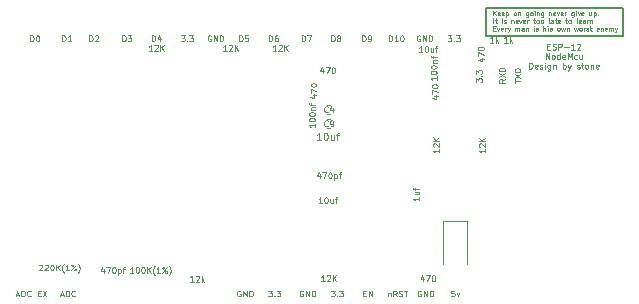
<source format=gbr>
%TF.GenerationSoftware,KiCad,Pcbnew,(6.0.0)*%
%TF.CreationDate,2022-01-19T01:41:59+08:00*%
%TF.ProjectId,NodeMcu,4e6f6465-4d63-4752-9e6b-696361645f70,rev?*%
%TF.SameCoordinates,Original*%
%TF.FileFunction,Legend,Top*%
%TF.FilePolarity,Positive*%
%FSLAX46Y46*%
G04 Gerber Fmt 4.6, Leading zero omitted, Abs format (unit mm)*
G04 Created by KiCad (PCBNEW (6.0.0)) date 2022-01-19 01:41:59*
%MOMM*%
%LPD*%
G01*
G04 APERTURE LIST*
%ADD10C,0.200000*%
%ADD11C,0.050000*%
%ADD12C,0.100000*%
%ADD13C,0.120000*%
G04 APERTURE END LIST*
D10*
X132300000Y-50900000D02*
X143900000Y-50900000D01*
X143900000Y-50900000D02*
X143900000Y-53300000D01*
X143900000Y-53300000D02*
X132300000Y-53300000D01*
X132300000Y-53300000D02*
X132300000Y-50900000D01*
D11*
X116819047Y-74850000D02*
X116771428Y-74826190D01*
X116700000Y-74826190D01*
X116628571Y-74850000D01*
X116580952Y-74897619D01*
X116557142Y-74945238D01*
X116533333Y-75040476D01*
X116533333Y-75111904D01*
X116557142Y-75207142D01*
X116580952Y-75254761D01*
X116628571Y-75302380D01*
X116700000Y-75326190D01*
X116747619Y-75326190D01*
X116819047Y-75302380D01*
X116842857Y-75278571D01*
X116842857Y-75111904D01*
X116747619Y-75111904D01*
X117057142Y-75326190D02*
X117057142Y-74826190D01*
X117342857Y-75326190D01*
X117342857Y-74826190D01*
X117580952Y-75326190D02*
X117580952Y-74826190D01*
X117700000Y-74826190D01*
X117771428Y-74850000D01*
X117819047Y-74897619D01*
X117842857Y-74945238D01*
X117866666Y-75040476D01*
X117866666Y-75111904D01*
X117842857Y-75207142D01*
X117819047Y-75254761D01*
X117771428Y-75302380D01*
X117700000Y-75326190D01*
X117580952Y-75326190D01*
X129628571Y-74826190D02*
X129390476Y-74826190D01*
X129366666Y-75064285D01*
X129390476Y-75040476D01*
X129438095Y-75016666D01*
X129557142Y-75016666D01*
X129604761Y-75040476D01*
X129628571Y-75064285D01*
X129652380Y-75111904D01*
X129652380Y-75230952D01*
X129628571Y-75278571D01*
X129604761Y-75302380D01*
X129557142Y-75326190D01*
X129438095Y-75326190D01*
X129390476Y-75302380D01*
X129366666Y-75278571D01*
X129819047Y-74992857D02*
X129938095Y-75326190D01*
X130057142Y-74992857D01*
X106476190Y-53226190D02*
X106785714Y-53226190D01*
X106619047Y-53416666D01*
X106690476Y-53416666D01*
X106738095Y-53440476D01*
X106761904Y-53464285D01*
X106785714Y-53511904D01*
X106785714Y-53630952D01*
X106761904Y-53678571D01*
X106738095Y-53702380D01*
X106690476Y-53726190D01*
X106547619Y-53726190D01*
X106500000Y-53702380D01*
X106476190Y-53678571D01*
X107000000Y-53678571D02*
X107023809Y-53702380D01*
X107000000Y-53726190D01*
X106976190Y-53702380D01*
X107000000Y-53678571D01*
X107000000Y-53726190D01*
X107190476Y-53226190D02*
X107500000Y-53226190D01*
X107333333Y-53416666D01*
X107404761Y-53416666D01*
X107452380Y-53440476D01*
X107476190Y-53464285D01*
X107500000Y-53511904D01*
X107500000Y-53630952D01*
X107476190Y-53678571D01*
X107452380Y-53702380D01*
X107404761Y-53726190D01*
X107261904Y-53726190D01*
X107214285Y-53702380D01*
X107190476Y-53678571D01*
X93730952Y-53726190D02*
X93730952Y-53226190D01*
X93850000Y-53226190D01*
X93921428Y-53250000D01*
X93969047Y-53297619D01*
X93992857Y-53345238D01*
X94016666Y-53440476D01*
X94016666Y-53511904D01*
X93992857Y-53607142D01*
X93969047Y-53654761D01*
X93921428Y-53702380D01*
X93850000Y-53726190D01*
X93730952Y-53726190D01*
X94326190Y-53226190D02*
X94373809Y-53226190D01*
X94421428Y-53250000D01*
X94445238Y-53273809D01*
X94469047Y-53321428D01*
X94492857Y-53416666D01*
X94492857Y-53535714D01*
X94469047Y-53630952D01*
X94445238Y-53678571D01*
X94421428Y-53702380D01*
X94373809Y-53726190D01*
X94326190Y-53726190D01*
X94278571Y-53702380D01*
X94254761Y-53678571D01*
X94230952Y-53630952D01*
X94207142Y-53535714D01*
X94207142Y-53416666D01*
X94230952Y-53321428D01*
X94254761Y-53273809D01*
X94278571Y-53250000D01*
X94326190Y-53226190D01*
X98730952Y-53726190D02*
X98730952Y-53226190D01*
X98850000Y-53226190D01*
X98921428Y-53250000D01*
X98969047Y-53297619D01*
X98992857Y-53345238D01*
X99016666Y-53440476D01*
X99016666Y-53511904D01*
X98992857Y-53607142D01*
X98969047Y-53654761D01*
X98921428Y-53702380D01*
X98850000Y-53726190D01*
X98730952Y-53726190D01*
X99207142Y-53273809D02*
X99230952Y-53250000D01*
X99278571Y-53226190D01*
X99397619Y-53226190D01*
X99445238Y-53250000D01*
X99469047Y-53273809D01*
X99492857Y-53321428D01*
X99492857Y-53369047D01*
X99469047Y-53440476D01*
X99183333Y-53726190D01*
X99492857Y-53726190D01*
X124092857Y-53726190D02*
X124092857Y-53226190D01*
X124211904Y-53226190D01*
X124283333Y-53250000D01*
X124330952Y-53297619D01*
X124354761Y-53345238D01*
X124378571Y-53440476D01*
X124378571Y-53511904D01*
X124354761Y-53607142D01*
X124330952Y-53654761D01*
X124283333Y-53702380D01*
X124211904Y-53726190D01*
X124092857Y-53726190D01*
X124854761Y-53726190D02*
X124569047Y-53726190D01*
X124711904Y-53726190D02*
X124711904Y-53226190D01*
X124664285Y-53297619D01*
X124616666Y-53345238D01*
X124569047Y-53369047D01*
X125164285Y-53226190D02*
X125211904Y-53226190D01*
X125259523Y-53250000D01*
X125283333Y-53273809D01*
X125307142Y-53321428D01*
X125330952Y-53416666D01*
X125330952Y-53535714D01*
X125307142Y-53630952D01*
X125283333Y-53678571D01*
X125259523Y-53702380D01*
X125211904Y-53726190D01*
X125164285Y-53726190D01*
X125116666Y-53702380D01*
X125092857Y-53678571D01*
X125069047Y-53630952D01*
X125045238Y-53535714D01*
X125045238Y-53416666D01*
X125069047Y-53321428D01*
X125092857Y-53273809D01*
X125116666Y-53250000D01*
X125164285Y-53226190D01*
X101530952Y-53726190D02*
X101530952Y-53226190D01*
X101650000Y-53226190D01*
X101721428Y-53250000D01*
X101769047Y-53297619D01*
X101792857Y-53345238D01*
X101816666Y-53440476D01*
X101816666Y-53511904D01*
X101792857Y-53607142D01*
X101769047Y-53654761D01*
X101721428Y-53702380D01*
X101650000Y-53726190D01*
X101530952Y-53726190D01*
X101983333Y-53226190D02*
X102292857Y-53226190D01*
X102126190Y-53416666D01*
X102197619Y-53416666D01*
X102245238Y-53440476D01*
X102269047Y-53464285D01*
X102292857Y-53511904D01*
X102292857Y-53630952D01*
X102269047Y-53678571D01*
X102245238Y-53702380D01*
X102197619Y-53726190D01*
X102054761Y-53726190D01*
X102007142Y-53702380D01*
X101983333Y-53678571D01*
X111430952Y-53726190D02*
X111430952Y-53226190D01*
X111550000Y-53226190D01*
X111621428Y-53250000D01*
X111669047Y-53297619D01*
X111692857Y-53345238D01*
X111716666Y-53440476D01*
X111716666Y-53511904D01*
X111692857Y-53607142D01*
X111669047Y-53654761D01*
X111621428Y-53702380D01*
X111550000Y-53726190D01*
X111430952Y-53726190D01*
X112169047Y-53226190D02*
X111930952Y-53226190D01*
X111907142Y-53464285D01*
X111930952Y-53440476D01*
X111978571Y-53416666D01*
X112097619Y-53416666D01*
X112145238Y-53440476D01*
X112169047Y-53464285D01*
X112192857Y-53511904D01*
X112192857Y-53630952D01*
X112169047Y-53678571D01*
X112145238Y-53702380D01*
X112097619Y-53726190D01*
X111978571Y-53726190D01*
X111930952Y-53702380D01*
X111907142Y-53678571D01*
X132927738Y-51536952D02*
X132927738Y-51136952D01*
X133156309Y-51536952D02*
X132984880Y-51308380D01*
X133156309Y-51136952D02*
X132927738Y-51365523D01*
X133480119Y-51517904D02*
X133442023Y-51536952D01*
X133365833Y-51536952D01*
X133327738Y-51517904D01*
X133308690Y-51479809D01*
X133308690Y-51327428D01*
X133327738Y-51289333D01*
X133365833Y-51270285D01*
X133442023Y-51270285D01*
X133480119Y-51289333D01*
X133499166Y-51327428D01*
X133499166Y-51365523D01*
X133308690Y-51403619D01*
X133822976Y-51517904D02*
X133784880Y-51536952D01*
X133708690Y-51536952D01*
X133670595Y-51517904D01*
X133651547Y-51479809D01*
X133651547Y-51327428D01*
X133670595Y-51289333D01*
X133708690Y-51270285D01*
X133784880Y-51270285D01*
X133822976Y-51289333D01*
X133842023Y-51327428D01*
X133842023Y-51365523D01*
X133651547Y-51403619D01*
X134013452Y-51270285D02*
X134013452Y-51670285D01*
X134013452Y-51289333D02*
X134051547Y-51270285D01*
X134127738Y-51270285D01*
X134165833Y-51289333D01*
X134184880Y-51308380D01*
X134203928Y-51346476D01*
X134203928Y-51460761D01*
X134184880Y-51498857D01*
X134165833Y-51517904D01*
X134127738Y-51536952D01*
X134051547Y-51536952D01*
X134013452Y-51517904D01*
X134737261Y-51536952D02*
X134699166Y-51517904D01*
X134680119Y-51498857D01*
X134661071Y-51460761D01*
X134661071Y-51346476D01*
X134680119Y-51308380D01*
X134699166Y-51289333D01*
X134737261Y-51270285D01*
X134794404Y-51270285D01*
X134832500Y-51289333D01*
X134851547Y-51308380D01*
X134870595Y-51346476D01*
X134870595Y-51460761D01*
X134851547Y-51498857D01*
X134832500Y-51517904D01*
X134794404Y-51536952D01*
X134737261Y-51536952D01*
X135042023Y-51270285D02*
X135042023Y-51536952D01*
X135042023Y-51308380D02*
X135061071Y-51289333D01*
X135099166Y-51270285D01*
X135156309Y-51270285D01*
X135194404Y-51289333D01*
X135213452Y-51327428D01*
X135213452Y-51536952D01*
X135880119Y-51270285D02*
X135880119Y-51594095D01*
X135861071Y-51632190D01*
X135842023Y-51651238D01*
X135803928Y-51670285D01*
X135746785Y-51670285D01*
X135708690Y-51651238D01*
X135880119Y-51517904D02*
X135842023Y-51536952D01*
X135765833Y-51536952D01*
X135727738Y-51517904D01*
X135708690Y-51498857D01*
X135689642Y-51460761D01*
X135689642Y-51346476D01*
X135708690Y-51308380D01*
X135727738Y-51289333D01*
X135765833Y-51270285D01*
X135842023Y-51270285D01*
X135880119Y-51289333D01*
X136127738Y-51536952D02*
X136089642Y-51517904D01*
X136070595Y-51498857D01*
X136051547Y-51460761D01*
X136051547Y-51346476D01*
X136070595Y-51308380D01*
X136089642Y-51289333D01*
X136127738Y-51270285D01*
X136184880Y-51270285D01*
X136222976Y-51289333D01*
X136242023Y-51308380D01*
X136261071Y-51346476D01*
X136261071Y-51460761D01*
X136242023Y-51498857D01*
X136222976Y-51517904D01*
X136184880Y-51536952D01*
X136127738Y-51536952D01*
X136432500Y-51536952D02*
X136432500Y-51270285D01*
X136432500Y-51136952D02*
X136413452Y-51156000D01*
X136432500Y-51175047D01*
X136451547Y-51156000D01*
X136432500Y-51136952D01*
X136432500Y-51175047D01*
X136622976Y-51270285D02*
X136622976Y-51536952D01*
X136622976Y-51308380D02*
X136642023Y-51289333D01*
X136680119Y-51270285D01*
X136737261Y-51270285D01*
X136775357Y-51289333D01*
X136794404Y-51327428D01*
X136794404Y-51536952D01*
X137156309Y-51270285D02*
X137156309Y-51594095D01*
X137137261Y-51632190D01*
X137118214Y-51651238D01*
X137080119Y-51670285D01*
X137022976Y-51670285D01*
X136984880Y-51651238D01*
X137156309Y-51517904D02*
X137118214Y-51536952D01*
X137042023Y-51536952D01*
X137003928Y-51517904D01*
X136984880Y-51498857D01*
X136965833Y-51460761D01*
X136965833Y-51346476D01*
X136984880Y-51308380D01*
X137003928Y-51289333D01*
X137042023Y-51270285D01*
X137118214Y-51270285D01*
X137156309Y-51289333D01*
X137651547Y-51270285D02*
X137651547Y-51536952D01*
X137651547Y-51308380D02*
X137670595Y-51289333D01*
X137708690Y-51270285D01*
X137765833Y-51270285D01*
X137803928Y-51289333D01*
X137822976Y-51327428D01*
X137822976Y-51536952D01*
X138165833Y-51517904D02*
X138127738Y-51536952D01*
X138051547Y-51536952D01*
X138013452Y-51517904D01*
X137994404Y-51479809D01*
X137994404Y-51327428D01*
X138013452Y-51289333D01*
X138051547Y-51270285D01*
X138127738Y-51270285D01*
X138165833Y-51289333D01*
X138184880Y-51327428D01*
X138184880Y-51365523D01*
X137994404Y-51403619D01*
X138318214Y-51270285D02*
X138413452Y-51536952D01*
X138508690Y-51270285D01*
X138813452Y-51517904D02*
X138775357Y-51536952D01*
X138699166Y-51536952D01*
X138661071Y-51517904D01*
X138642023Y-51479809D01*
X138642023Y-51327428D01*
X138661071Y-51289333D01*
X138699166Y-51270285D01*
X138775357Y-51270285D01*
X138813452Y-51289333D01*
X138832500Y-51327428D01*
X138832500Y-51365523D01*
X138642023Y-51403619D01*
X139003928Y-51536952D02*
X139003928Y-51270285D01*
X139003928Y-51346476D02*
X139022976Y-51308380D01*
X139042023Y-51289333D01*
X139080119Y-51270285D01*
X139118214Y-51270285D01*
X139727738Y-51270285D02*
X139727738Y-51594095D01*
X139708690Y-51632190D01*
X139689642Y-51651238D01*
X139651547Y-51670285D01*
X139594404Y-51670285D01*
X139556309Y-51651238D01*
X139727738Y-51517904D02*
X139689642Y-51536952D01*
X139613452Y-51536952D01*
X139575357Y-51517904D01*
X139556309Y-51498857D01*
X139537261Y-51460761D01*
X139537261Y-51346476D01*
X139556309Y-51308380D01*
X139575357Y-51289333D01*
X139613452Y-51270285D01*
X139689642Y-51270285D01*
X139727738Y-51289333D01*
X139918214Y-51536952D02*
X139918214Y-51270285D01*
X139918214Y-51136952D02*
X139899166Y-51156000D01*
X139918214Y-51175047D01*
X139937261Y-51156000D01*
X139918214Y-51136952D01*
X139918214Y-51175047D01*
X140070595Y-51270285D02*
X140165833Y-51536952D01*
X140261071Y-51270285D01*
X140565833Y-51517904D02*
X140527738Y-51536952D01*
X140451547Y-51536952D01*
X140413452Y-51517904D01*
X140394404Y-51479809D01*
X140394404Y-51327428D01*
X140413452Y-51289333D01*
X140451547Y-51270285D01*
X140527738Y-51270285D01*
X140565833Y-51289333D01*
X140584880Y-51327428D01*
X140584880Y-51365523D01*
X140394404Y-51403619D01*
X141232500Y-51270285D02*
X141232500Y-51536952D01*
X141061071Y-51270285D02*
X141061071Y-51479809D01*
X141080119Y-51517904D01*
X141118214Y-51536952D01*
X141175357Y-51536952D01*
X141213452Y-51517904D01*
X141232500Y-51498857D01*
X141422976Y-51270285D02*
X141422976Y-51670285D01*
X141422976Y-51289333D02*
X141461071Y-51270285D01*
X141537261Y-51270285D01*
X141575357Y-51289333D01*
X141594404Y-51308380D01*
X141613452Y-51346476D01*
X141613452Y-51460761D01*
X141594404Y-51498857D01*
X141575357Y-51517904D01*
X141537261Y-51536952D01*
X141461071Y-51536952D01*
X141422976Y-51517904D01*
X141784880Y-51498857D02*
X141803928Y-51517904D01*
X141784880Y-51536952D01*
X141765833Y-51517904D01*
X141784880Y-51498857D01*
X141784880Y-51536952D01*
X132927738Y-52180952D02*
X132927738Y-51780952D01*
X133061071Y-51914285D02*
X133213452Y-51914285D01*
X133118214Y-51780952D02*
X133118214Y-52123809D01*
X133137261Y-52161904D01*
X133175357Y-52180952D01*
X133213452Y-52180952D01*
X133651547Y-52180952D02*
X133651547Y-51914285D01*
X133651547Y-51780952D02*
X133632500Y-51800000D01*
X133651547Y-51819047D01*
X133670595Y-51800000D01*
X133651547Y-51780952D01*
X133651547Y-51819047D01*
X133822976Y-52161904D02*
X133861071Y-52180952D01*
X133937261Y-52180952D01*
X133975357Y-52161904D01*
X133994404Y-52123809D01*
X133994404Y-52104761D01*
X133975357Y-52066666D01*
X133937261Y-52047619D01*
X133880119Y-52047619D01*
X133842023Y-52028571D01*
X133822976Y-51990476D01*
X133822976Y-51971428D01*
X133842023Y-51933333D01*
X133880119Y-51914285D01*
X133937261Y-51914285D01*
X133975357Y-51933333D01*
X134470595Y-51914285D02*
X134470595Y-52180952D01*
X134470595Y-51952380D02*
X134489642Y-51933333D01*
X134527738Y-51914285D01*
X134584880Y-51914285D01*
X134622976Y-51933333D01*
X134642023Y-51971428D01*
X134642023Y-52180952D01*
X134984880Y-52161904D02*
X134946785Y-52180952D01*
X134870595Y-52180952D01*
X134832500Y-52161904D01*
X134813452Y-52123809D01*
X134813452Y-51971428D01*
X134832500Y-51933333D01*
X134870595Y-51914285D01*
X134946785Y-51914285D01*
X134984880Y-51933333D01*
X135003928Y-51971428D01*
X135003928Y-52009523D01*
X134813452Y-52047619D01*
X135137261Y-51914285D02*
X135232500Y-52180952D01*
X135327738Y-51914285D01*
X135632500Y-52161904D02*
X135594404Y-52180952D01*
X135518214Y-52180952D01*
X135480119Y-52161904D01*
X135461071Y-52123809D01*
X135461071Y-51971428D01*
X135480119Y-51933333D01*
X135518214Y-51914285D01*
X135594404Y-51914285D01*
X135632500Y-51933333D01*
X135651547Y-51971428D01*
X135651547Y-52009523D01*
X135461071Y-52047619D01*
X135822976Y-52180952D02*
X135822976Y-51914285D01*
X135822976Y-51990476D02*
X135842023Y-51952380D01*
X135861071Y-51933333D01*
X135899166Y-51914285D01*
X135937261Y-51914285D01*
X136318214Y-51914285D02*
X136470595Y-51914285D01*
X136375357Y-51780952D02*
X136375357Y-52123809D01*
X136394404Y-52161904D01*
X136432500Y-52180952D01*
X136470595Y-52180952D01*
X136661071Y-52180952D02*
X136622976Y-52161904D01*
X136603928Y-52142857D01*
X136584880Y-52104761D01*
X136584880Y-51990476D01*
X136603928Y-51952380D01*
X136622976Y-51933333D01*
X136661071Y-51914285D01*
X136718214Y-51914285D01*
X136756309Y-51933333D01*
X136775357Y-51952380D01*
X136794404Y-51990476D01*
X136794404Y-52104761D01*
X136775357Y-52142857D01*
X136756309Y-52161904D01*
X136718214Y-52180952D01*
X136661071Y-52180952D01*
X137022976Y-52180952D02*
X136984880Y-52161904D01*
X136965833Y-52142857D01*
X136946785Y-52104761D01*
X136946785Y-51990476D01*
X136965833Y-51952380D01*
X136984880Y-51933333D01*
X137022976Y-51914285D01*
X137080119Y-51914285D01*
X137118214Y-51933333D01*
X137137261Y-51952380D01*
X137156309Y-51990476D01*
X137156309Y-52104761D01*
X137137261Y-52142857D01*
X137118214Y-52161904D01*
X137080119Y-52180952D01*
X137022976Y-52180952D01*
X137689642Y-52180952D02*
X137651547Y-52161904D01*
X137632500Y-52123809D01*
X137632500Y-51780952D01*
X138013452Y-52180952D02*
X138013452Y-51971428D01*
X137994404Y-51933333D01*
X137956309Y-51914285D01*
X137880119Y-51914285D01*
X137842023Y-51933333D01*
X138013452Y-52161904D02*
X137975357Y-52180952D01*
X137880119Y-52180952D01*
X137842023Y-52161904D01*
X137822976Y-52123809D01*
X137822976Y-52085714D01*
X137842023Y-52047619D01*
X137880119Y-52028571D01*
X137975357Y-52028571D01*
X138013452Y-52009523D01*
X138146785Y-51914285D02*
X138299166Y-51914285D01*
X138203928Y-51780952D02*
X138203928Y-52123809D01*
X138222976Y-52161904D01*
X138261071Y-52180952D01*
X138299166Y-52180952D01*
X138584880Y-52161904D02*
X138546785Y-52180952D01*
X138470595Y-52180952D01*
X138432500Y-52161904D01*
X138413452Y-52123809D01*
X138413452Y-51971428D01*
X138432500Y-51933333D01*
X138470595Y-51914285D01*
X138546785Y-51914285D01*
X138584880Y-51933333D01*
X138603928Y-51971428D01*
X138603928Y-52009523D01*
X138413452Y-52047619D01*
X139022976Y-51914285D02*
X139175357Y-51914285D01*
X139080119Y-51780952D02*
X139080119Y-52123809D01*
X139099166Y-52161904D01*
X139137261Y-52180952D01*
X139175357Y-52180952D01*
X139365833Y-52180952D02*
X139327738Y-52161904D01*
X139308690Y-52142857D01*
X139289642Y-52104761D01*
X139289642Y-51990476D01*
X139308690Y-51952380D01*
X139327738Y-51933333D01*
X139365833Y-51914285D01*
X139422976Y-51914285D01*
X139461071Y-51933333D01*
X139480119Y-51952380D01*
X139499166Y-51990476D01*
X139499166Y-52104761D01*
X139480119Y-52142857D01*
X139461071Y-52161904D01*
X139422976Y-52180952D01*
X139365833Y-52180952D01*
X140032500Y-52180952D02*
X139994404Y-52161904D01*
X139975357Y-52123809D01*
X139975357Y-51780952D01*
X140337261Y-52161904D02*
X140299166Y-52180952D01*
X140222976Y-52180952D01*
X140184880Y-52161904D01*
X140165833Y-52123809D01*
X140165833Y-51971428D01*
X140184880Y-51933333D01*
X140222976Y-51914285D01*
X140299166Y-51914285D01*
X140337261Y-51933333D01*
X140356309Y-51971428D01*
X140356309Y-52009523D01*
X140165833Y-52047619D01*
X140699166Y-52180952D02*
X140699166Y-51971428D01*
X140680119Y-51933333D01*
X140642023Y-51914285D01*
X140565833Y-51914285D01*
X140527738Y-51933333D01*
X140699166Y-52161904D02*
X140661071Y-52180952D01*
X140565833Y-52180952D01*
X140527738Y-52161904D01*
X140508690Y-52123809D01*
X140508690Y-52085714D01*
X140527738Y-52047619D01*
X140565833Y-52028571D01*
X140661071Y-52028571D01*
X140699166Y-52009523D01*
X140889642Y-52180952D02*
X140889642Y-51914285D01*
X140889642Y-51990476D02*
X140908690Y-51952380D01*
X140927738Y-51933333D01*
X140965833Y-51914285D01*
X141003928Y-51914285D01*
X141137261Y-51914285D02*
X141137261Y-52180952D01*
X141137261Y-51952380D02*
X141156309Y-51933333D01*
X141194404Y-51914285D01*
X141251547Y-51914285D01*
X141289642Y-51933333D01*
X141308690Y-51971428D01*
X141308690Y-52180952D01*
X132927738Y-52615428D02*
X133061071Y-52615428D01*
X133118214Y-52824952D02*
X132927738Y-52824952D01*
X132927738Y-52424952D01*
X133118214Y-52424952D01*
X133251547Y-52558285D02*
X133346785Y-52824952D01*
X133442023Y-52558285D01*
X133746785Y-52805904D02*
X133708690Y-52824952D01*
X133632500Y-52824952D01*
X133594404Y-52805904D01*
X133575357Y-52767809D01*
X133575357Y-52615428D01*
X133594404Y-52577333D01*
X133632500Y-52558285D01*
X133708690Y-52558285D01*
X133746785Y-52577333D01*
X133765833Y-52615428D01*
X133765833Y-52653523D01*
X133575357Y-52691619D01*
X133937261Y-52824952D02*
X133937261Y-52558285D01*
X133937261Y-52634476D02*
X133956309Y-52596380D01*
X133975357Y-52577333D01*
X134013452Y-52558285D01*
X134051547Y-52558285D01*
X134146785Y-52558285D02*
X134242023Y-52824952D01*
X134337261Y-52558285D02*
X134242023Y-52824952D01*
X134203928Y-52920190D01*
X134184880Y-52939238D01*
X134146785Y-52958285D01*
X134794404Y-52824952D02*
X134794404Y-52558285D01*
X134794404Y-52596380D02*
X134813452Y-52577333D01*
X134851547Y-52558285D01*
X134908690Y-52558285D01*
X134946785Y-52577333D01*
X134965833Y-52615428D01*
X134965833Y-52824952D01*
X134965833Y-52615428D02*
X134984880Y-52577333D01*
X135022976Y-52558285D01*
X135080119Y-52558285D01*
X135118214Y-52577333D01*
X135137261Y-52615428D01*
X135137261Y-52824952D01*
X135499166Y-52824952D02*
X135499166Y-52615428D01*
X135480119Y-52577333D01*
X135442023Y-52558285D01*
X135365833Y-52558285D01*
X135327738Y-52577333D01*
X135499166Y-52805904D02*
X135461071Y-52824952D01*
X135365833Y-52824952D01*
X135327738Y-52805904D01*
X135308690Y-52767809D01*
X135308690Y-52729714D01*
X135327738Y-52691619D01*
X135365833Y-52672571D01*
X135461071Y-52672571D01*
X135499166Y-52653523D01*
X135689642Y-52558285D02*
X135689642Y-52824952D01*
X135689642Y-52596380D02*
X135708690Y-52577333D01*
X135746785Y-52558285D01*
X135803928Y-52558285D01*
X135842023Y-52577333D01*
X135861071Y-52615428D01*
X135861071Y-52824952D01*
X136356309Y-52824952D02*
X136356309Y-52558285D01*
X136356309Y-52424952D02*
X136337261Y-52444000D01*
X136356309Y-52463047D01*
X136375357Y-52444000D01*
X136356309Y-52424952D01*
X136356309Y-52463047D01*
X136527738Y-52805904D02*
X136565833Y-52824952D01*
X136642023Y-52824952D01*
X136680119Y-52805904D01*
X136699166Y-52767809D01*
X136699166Y-52748761D01*
X136680119Y-52710666D01*
X136642023Y-52691619D01*
X136584880Y-52691619D01*
X136546785Y-52672571D01*
X136527738Y-52634476D01*
X136527738Y-52615428D01*
X136546785Y-52577333D01*
X136584880Y-52558285D01*
X136642023Y-52558285D01*
X136680119Y-52577333D01*
X137175357Y-52824952D02*
X137175357Y-52424952D01*
X137346785Y-52824952D02*
X137346785Y-52615428D01*
X137327738Y-52577333D01*
X137289642Y-52558285D01*
X137232500Y-52558285D01*
X137194404Y-52577333D01*
X137175357Y-52596380D01*
X137537261Y-52824952D02*
X137537261Y-52558285D01*
X137537261Y-52424952D02*
X137518214Y-52444000D01*
X137537261Y-52463047D01*
X137556309Y-52444000D01*
X137537261Y-52424952D01*
X137537261Y-52463047D01*
X137708690Y-52805904D02*
X137746785Y-52824952D01*
X137822976Y-52824952D01*
X137861071Y-52805904D01*
X137880119Y-52767809D01*
X137880119Y-52748761D01*
X137861071Y-52710666D01*
X137822976Y-52691619D01*
X137765833Y-52691619D01*
X137727738Y-52672571D01*
X137708690Y-52634476D01*
X137708690Y-52615428D01*
X137727738Y-52577333D01*
X137765833Y-52558285D01*
X137822976Y-52558285D01*
X137861071Y-52577333D01*
X138413452Y-52824952D02*
X138375357Y-52805904D01*
X138356309Y-52786857D01*
X138337261Y-52748761D01*
X138337261Y-52634476D01*
X138356309Y-52596380D01*
X138375357Y-52577333D01*
X138413452Y-52558285D01*
X138470595Y-52558285D01*
X138508690Y-52577333D01*
X138527738Y-52596380D01*
X138546785Y-52634476D01*
X138546785Y-52748761D01*
X138527738Y-52786857D01*
X138508690Y-52805904D01*
X138470595Y-52824952D01*
X138413452Y-52824952D01*
X138680119Y-52558285D02*
X138756309Y-52824952D01*
X138832500Y-52634476D01*
X138908690Y-52824952D01*
X138984880Y-52558285D01*
X139137261Y-52558285D02*
X139137261Y-52824952D01*
X139137261Y-52596380D02*
X139156309Y-52577333D01*
X139194404Y-52558285D01*
X139251547Y-52558285D01*
X139289642Y-52577333D01*
X139308690Y-52615428D01*
X139308690Y-52824952D01*
X139765833Y-52558285D02*
X139842023Y-52824952D01*
X139918214Y-52634476D01*
X139994404Y-52824952D01*
X140070595Y-52558285D01*
X140280119Y-52824952D02*
X140242023Y-52805904D01*
X140222976Y-52786857D01*
X140203928Y-52748761D01*
X140203928Y-52634476D01*
X140222976Y-52596380D01*
X140242023Y-52577333D01*
X140280119Y-52558285D01*
X140337261Y-52558285D01*
X140375357Y-52577333D01*
X140394404Y-52596380D01*
X140413452Y-52634476D01*
X140413452Y-52748761D01*
X140394404Y-52786857D01*
X140375357Y-52805904D01*
X140337261Y-52824952D01*
X140280119Y-52824952D01*
X140584880Y-52824952D02*
X140584880Y-52558285D01*
X140584880Y-52634476D02*
X140603928Y-52596380D01*
X140622976Y-52577333D01*
X140661071Y-52558285D01*
X140699166Y-52558285D01*
X140813452Y-52805904D02*
X140851547Y-52824952D01*
X140927738Y-52824952D01*
X140965833Y-52805904D01*
X140984880Y-52767809D01*
X140984880Y-52748761D01*
X140965833Y-52710666D01*
X140927738Y-52691619D01*
X140870595Y-52691619D01*
X140832500Y-52672571D01*
X140813452Y-52634476D01*
X140813452Y-52615428D01*
X140832500Y-52577333D01*
X140870595Y-52558285D01*
X140927738Y-52558285D01*
X140965833Y-52577333D01*
X141099166Y-52558285D02*
X141251547Y-52558285D01*
X141156309Y-52424952D02*
X141156309Y-52767809D01*
X141175357Y-52805904D01*
X141213452Y-52824952D01*
X141251547Y-52824952D01*
X141842023Y-52805904D02*
X141803928Y-52824952D01*
X141727738Y-52824952D01*
X141689642Y-52805904D01*
X141670595Y-52767809D01*
X141670595Y-52615428D01*
X141689642Y-52577333D01*
X141727738Y-52558285D01*
X141803928Y-52558285D01*
X141842023Y-52577333D01*
X141861071Y-52615428D01*
X141861071Y-52653523D01*
X141670595Y-52691619D01*
X142032500Y-52558285D02*
X142032500Y-52824952D01*
X142032500Y-52596380D02*
X142051547Y-52577333D01*
X142089642Y-52558285D01*
X142146785Y-52558285D01*
X142184880Y-52577333D01*
X142203928Y-52615428D01*
X142203928Y-52824952D01*
X142546785Y-52805904D02*
X142508690Y-52824952D01*
X142432500Y-52824952D01*
X142394404Y-52805904D01*
X142375357Y-52767809D01*
X142375357Y-52615428D01*
X142394404Y-52577333D01*
X142432500Y-52558285D01*
X142508690Y-52558285D01*
X142546785Y-52577333D01*
X142565833Y-52615428D01*
X142565833Y-52653523D01*
X142375357Y-52691619D01*
X142737261Y-52824952D02*
X142737261Y-52558285D01*
X142737261Y-52596380D02*
X142756309Y-52577333D01*
X142794404Y-52558285D01*
X142851547Y-52558285D01*
X142889642Y-52577333D01*
X142908690Y-52615428D01*
X142908690Y-52824952D01*
X142908690Y-52615428D02*
X142927738Y-52577333D01*
X142965833Y-52558285D01*
X143022976Y-52558285D01*
X143061071Y-52577333D01*
X143080119Y-52615428D01*
X143080119Y-52824952D01*
X143232500Y-52558285D02*
X143327738Y-52824952D01*
X143422976Y-52558285D02*
X143327738Y-52824952D01*
X143289642Y-52920190D01*
X143270595Y-52939238D01*
X143232500Y-52958285D01*
X124014285Y-74992857D02*
X124014285Y-75326190D01*
X124014285Y-75040476D02*
X124038095Y-75016666D01*
X124085714Y-74992857D01*
X124157142Y-74992857D01*
X124204761Y-75016666D01*
X124228571Y-75064285D01*
X124228571Y-75326190D01*
X124752380Y-75326190D02*
X124585714Y-75088095D01*
X124466666Y-75326190D02*
X124466666Y-74826190D01*
X124657142Y-74826190D01*
X124704761Y-74850000D01*
X124728571Y-74873809D01*
X124752380Y-74921428D01*
X124752380Y-74992857D01*
X124728571Y-75040476D01*
X124704761Y-75064285D01*
X124657142Y-75088095D01*
X124466666Y-75088095D01*
X124942857Y-75302380D02*
X125014285Y-75326190D01*
X125133333Y-75326190D01*
X125180952Y-75302380D01*
X125204761Y-75278571D01*
X125228571Y-75230952D01*
X125228571Y-75183333D01*
X125204761Y-75135714D01*
X125180952Y-75111904D01*
X125133333Y-75088095D01*
X125038095Y-75064285D01*
X124990476Y-75040476D01*
X124966666Y-75016666D01*
X124942857Y-74969047D01*
X124942857Y-74921428D01*
X124966666Y-74873809D01*
X124990476Y-74850000D01*
X125038095Y-74826190D01*
X125157142Y-74826190D01*
X125228571Y-74850000D01*
X125371428Y-74826190D02*
X125657142Y-74826190D01*
X125514285Y-75326190D02*
X125514285Y-74826190D01*
X109019047Y-53250000D02*
X108971428Y-53226190D01*
X108900000Y-53226190D01*
X108828571Y-53250000D01*
X108780952Y-53297619D01*
X108757142Y-53345238D01*
X108733333Y-53440476D01*
X108733333Y-53511904D01*
X108757142Y-53607142D01*
X108780952Y-53654761D01*
X108828571Y-53702380D01*
X108900000Y-53726190D01*
X108947619Y-53726190D01*
X109019047Y-53702380D01*
X109042857Y-53678571D01*
X109042857Y-53511904D01*
X108947619Y-53511904D01*
X109257142Y-53726190D02*
X109257142Y-53226190D01*
X109542857Y-53726190D01*
X109542857Y-53226190D01*
X109780952Y-53726190D02*
X109780952Y-53226190D01*
X109900000Y-53226190D01*
X109971428Y-53250000D01*
X110019047Y-53297619D01*
X110042857Y-53345238D01*
X110066666Y-53440476D01*
X110066666Y-53511904D01*
X110042857Y-53607142D01*
X110019047Y-53654761D01*
X109971428Y-53702380D01*
X109900000Y-53726190D01*
X109780952Y-53726190D01*
X113930952Y-53726190D02*
X113930952Y-53226190D01*
X114050000Y-53226190D01*
X114121428Y-53250000D01*
X114169047Y-53297619D01*
X114192857Y-53345238D01*
X114216666Y-53440476D01*
X114216666Y-53511904D01*
X114192857Y-53607142D01*
X114169047Y-53654761D01*
X114121428Y-53702380D01*
X114050000Y-53726190D01*
X113930952Y-53726190D01*
X114645238Y-53226190D02*
X114550000Y-53226190D01*
X114502380Y-53250000D01*
X114478571Y-53273809D01*
X114430952Y-53345238D01*
X114407142Y-53440476D01*
X114407142Y-53630952D01*
X114430952Y-53678571D01*
X114454761Y-53702380D01*
X114502380Y-53726190D01*
X114597619Y-53726190D01*
X114645238Y-53702380D01*
X114669047Y-53678571D01*
X114692857Y-53630952D01*
X114692857Y-53511904D01*
X114669047Y-53464285D01*
X114645238Y-53440476D01*
X114597619Y-53416666D01*
X114502380Y-53416666D01*
X114454761Y-53440476D01*
X114430952Y-53464285D01*
X114407142Y-53511904D01*
D12*
X137519047Y-54159285D02*
X137685714Y-54159285D01*
X137757142Y-54421190D02*
X137519047Y-54421190D01*
X137519047Y-53921190D01*
X137757142Y-53921190D01*
X137947619Y-54397380D02*
X138019047Y-54421190D01*
X138138095Y-54421190D01*
X138185714Y-54397380D01*
X138209523Y-54373571D01*
X138233333Y-54325952D01*
X138233333Y-54278333D01*
X138209523Y-54230714D01*
X138185714Y-54206904D01*
X138138095Y-54183095D01*
X138042857Y-54159285D01*
X137995238Y-54135476D01*
X137971428Y-54111666D01*
X137947619Y-54064047D01*
X137947619Y-54016428D01*
X137971428Y-53968809D01*
X137995238Y-53945000D01*
X138042857Y-53921190D01*
X138161904Y-53921190D01*
X138233333Y-53945000D01*
X138447619Y-54421190D02*
X138447619Y-53921190D01*
X138638095Y-53921190D01*
X138685714Y-53945000D01*
X138709523Y-53968809D01*
X138733333Y-54016428D01*
X138733333Y-54087857D01*
X138709523Y-54135476D01*
X138685714Y-54159285D01*
X138638095Y-54183095D01*
X138447619Y-54183095D01*
X138947619Y-54230714D02*
X139328571Y-54230714D01*
X139828571Y-54421190D02*
X139542857Y-54421190D01*
X139685714Y-54421190D02*
X139685714Y-53921190D01*
X139638095Y-53992619D01*
X139590476Y-54040238D01*
X139542857Y-54064047D01*
X140019047Y-53968809D02*
X140042857Y-53945000D01*
X140090476Y-53921190D01*
X140209523Y-53921190D01*
X140257142Y-53945000D01*
X140280952Y-53968809D01*
X140304761Y-54016428D01*
X140304761Y-54064047D01*
X140280952Y-54135476D01*
X139995238Y-54421190D01*
X140304761Y-54421190D01*
X137364285Y-55226190D02*
X137364285Y-54726190D01*
X137650000Y-55226190D01*
X137650000Y-54726190D01*
X137959523Y-55226190D02*
X137911904Y-55202380D01*
X137888095Y-55178571D01*
X137864285Y-55130952D01*
X137864285Y-54988095D01*
X137888095Y-54940476D01*
X137911904Y-54916666D01*
X137959523Y-54892857D01*
X138030952Y-54892857D01*
X138078571Y-54916666D01*
X138102380Y-54940476D01*
X138126190Y-54988095D01*
X138126190Y-55130952D01*
X138102380Y-55178571D01*
X138078571Y-55202380D01*
X138030952Y-55226190D01*
X137959523Y-55226190D01*
X138554761Y-55226190D02*
X138554761Y-54726190D01*
X138554761Y-55202380D02*
X138507142Y-55226190D01*
X138411904Y-55226190D01*
X138364285Y-55202380D01*
X138340476Y-55178571D01*
X138316666Y-55130952D01*
X138316666Y-54988095D01*
X138340476Y-54940476D01*
X138364285Y-54916666D01*
X138411904Y-54892857D01*
X138507142Y-54892857D01*
X138554761Y-54916666D01*
X138983333Y-55202380D02*
X138935714Y-55226190D01*
X138840476Y-55226190D01*
X138792857Y-55202380D01*
X138769047Y-55154761D01*
X138769047Y-54964285D01*
X138792857Y-54916666D01*
X138840476Y-54892857D01*
X138935714Y-54892857D01*
X138983333Y-54916666D01*
X139007142Y-54964285D01*
X139007142Y-55011904D01*
X138769047Y-55059523D01*
X139221428Y-55226190D02*
X139221428Y-54726190D01*
X139388095Y-55083333D01*
X139554761Y-54726190D01*
X139554761Y-55226190D01*
X140007142Y-55202380D02*
X139959523Y-55226190D01*
X139864285Y-55226190D01*
X139816666Y-55202380D01*
X139792857Y-55178571D01*
X139769047Y-55130952D01*
X139769047Y-54988095D01*
X139792857Y-54940476D01*
X139816666Y-54916666D01*
X139864285Y-54892857D01*
X139959523Y-54892857D01*
X140007142Y-54916666D01*
X140435714Y-54892857D02*
X140435714Y-55226190D01*
X140221428Y-54892857D02*
X140221428Y-55154761D01*
X140245238Y-55202380D01*
X140292857Y-55226190D01*
X140364285Y-55226190D01*
X140411904Y-55202380D01*
X140435714Y-55178571D01*
X135971428Y-56031190D02*
X135971428Y-55531190D01*
X136090476Y-55531190D01*
X136161904Y-55555000D01*
X136209523Y-55602619D01*
X136233333Y-55650238D01*
X136257142Y-55745476D01*
X136257142Y-55816904D01*
X136233333Y-55912142D01*
X136209523Y-55959761D01*
X136161904Y-56007380D01*
X136090476Y-56031190D01*
X135971428Y-56031190D01*
X136661904Y-56007380D02*
X136614285Y-56031190D01*
X136519047Y-56031190D01*
X136471428Y-56007380D01*
X136447619Y-55959761D01*
X136447619Y-55769285D01*
X136471428Y-55721666D01*
X136519047Y-55697857D01*
X136614285Y-55697857D01*
X136661904Y-55721666D01*
X136685714Y-55769285D01*
X136685714Y-55816904D01*
X136447619Y-55864523D01*
X136876190Y-56007380D02*
X136923809Y-56031190D01*
X137019047Y-56031190D01*
X137066666Y-56007380D01*
X137090476Y-55959761D01*
X137090476Y-55935952D01*
X137066666Y-55888333D01*
X137019047Y-55864523D01*
X136947619Y-55864523D01*
X136900000Y-55840714D01*
X136876190Y-55793095D01*
X136876190Y-55769285D01*
X136900000Y-55721666D01*
X136947619Y-55697857D01*
X137019047Y-55697857D01*
X137066666Y-55721666D01*
X137304761Y-56031190D02*
X137304761Y-55697857D01*
X137304761Y-55531190D02*
X137280952Y-55555000D01*
X137304761Y-55578809D01*
X137328571Y-55555000D01*
X137304761Y-55531190D01*
X137304761Y-55578809D01*
X137757142Y-55697857D02*
X137757142Y-56102619D01*
X137733333Y-56150238D01*
X137709523Y-56174047D01*
X137661904Y-56197857D01*
X137590476Y-56197857D01*
X137542857Y-56174047D01*
X137757142Y-56007380D02*
X137709523Y-56031190D01*
X137614285Y-56031190D01*
X137566666Y-56007380D01*
X137542857Y-55983571D01*
X137519047Y-55935952D01*
X137519047Y-55793095D01*
X137542857Y-55745476D01*
X137566666Y-55721666D01*
X137614285Y-55697857D01*
X137709523Y-55697857D01*
X137757142Y-55721666D01*
X137995238Y-55697857D02*
X137995238Y-56031190D01*
X137995238Y-55745476D02*
X138019047Y-55721666D01*
X138066666Y-55697857D01*
X138138095Y-55697857D01*
X138185714Y-55721666D01*
X138209523Y-55769285D01*
X138209523Y-56031190D01*
X138828571Y-56031190D02*
X138828571Y-55531190D01*
X138828571Y-55721666D02*
X138876190Y-55697857D01*
X138971428Y-55697857D01*
X139019047Y-55721666D01*
X139042857Y-55745476D01*
X139066666Y-55793095D01*
X139066666Y-55935952D01*
X139042857Y-55983571D01*
X139019047Y-56007380D01*
X138971428Y-56031190D01*
X138876190Y-56031190D01*
X138828571Y-56007380D01*
X139233333Y-55697857D02*
X139352380Y-56031190D01*
X139471428Y-55697857D02*
X139352380Y-56031190D01*
X139304761Y-56150238D01*
X139280952Y-56174047D01*
X139233333Y-56197857D01*
X140019047Y-56007380D02*
X140066666Y-56031190D01*
X140161904Y-56031190D01*
X140209523Y-56007380D01*
X140233333Y-55959761D01*
X140233333Y-55935952D01*
X140209523Y-55888333D01*
X140161904Y-55864523D01*
X140090476Y-55864523D01*
X140042857Y-55840714D01*
X140019047Y-55793095D01*
X140019047Y-55769285D01*
X140042857Y-55721666D01*
X140090476Y-55697857D01*
X140161904Y-55697857D01*
X140209523Y-55721666D01*
X140376190Y-55697857D02*
X140566666Y-55697857D01*
X140447619Y-55531190D02*
X140447619Y-55959761D01*
X140471428Y-56007380D01*
X140519047Y-56031190D01*
X140566666Y-56031190D01*
X140804761Y-56031190D02*
X140757142Y-56007380D01*
X140733333Y-55983571D01*
X140709523Y-55935952D01*
X140709523Y-55793095D01*
X140733333Y-55745476D01*
X140757142Y-55721666D01*
X140804761Y-55697857D01*
X140876190Y-55697857D01*
X140923809Y-55721666D01*
X140947619Y-55745476D01*
X140971428Y-55793095D01*
X140971428Y-55935952D01*
X140947619Y-55983571D01*
X140923809Y-56007380D01*
X140876190Y-56031190D01*
X140804761Y-56031190D01*
X141185714Y-55697857D02*
X141185714Y-56031190D01*
X141185714Y-55745476D02*
X141209523Y-55721666D01*
X141257142Y-55697857D01*
X141328571Y-55697857D01*
X141376190Y-55721666D01*
X141400000Y-55769285D01*
X141400000Y-56031190D01*
X141828571Y-56007380D02*
X141780952Y-56031190D01*
X141685714Y-56031190D01*
X141638095Y-56007380D01*
X141614285Y-55959761D01*
X141614285Y-55769285D01*
X141638095Y-55721666D01*
X141685714Y-55697857D01*
X141780952Y-55697857D01*
X141828571Y-55721666D01*
X141852380Y-55769285D01*
X141852380Y-55816904D01*
X141614285Y-55864523D01*
D11*
X121830952Y-53726190D02*
X121830952Y-53226190D01*
X121950000Y-53226190D01*
X122021428Y-53250000D01*
X122069047Y-53297619D01*
X122092857Y-53345238D01*
X122116666Y-53440476D01*
X122116666Y-53511904D01*
X122092857Y-53607142D01*
X122069047Y-53654761D01*
X122021428Y-53702380D01*
X121950000Y-53726190D01*
X121830952Y-53726190D01*
X122354761Y-53726190D02*
X122450000Y-53726190D01*
X122497619Y-53702380D01*
X122521428Y-53678571D01*
X122569047Y-53607142D01*
X122592857Y-53511904D01*
X122592857Y-53321428D01*
X122569047Y-53273809D01*
X122545238Y-53250000D01*
X122497619Y-53226190D01*
X122402380Y-53226190D01*
X122354761Y-53250000D01*
X122330952Y-53273809D01*
X122307142Y-53321428D01*
X122307142Y-53440476D01*
X122330952Y-53488095D01*
X122354761Y-53511904D01*
X122402380Y-53535714D01*
X122497619Y-53535714D01*
X122545238Y-53511904D01*
X122569047Y-53488095D01*
X122592857Y-53440476D01*
X96430952Y-53726190D02*
X96430952Y-53226190D01*
X96550000Y-53226190D01*
X96621428Y-53250000D01*
X96669047Y-53297619D01*
X96692857Y-53345238D01*
X96716666Y-53440476D01*
X96716666Y-53511904D01*
X96692857Y-53607142D01*
X96669047Y-53654761D01*
X96621428Y-53702380D01*
X96550000Y-53726190D01*
X96430952Y-53726190D01*
X97192857Y-53726190D02*
X96907142Y-53726190D01*
X97050000Y-53726190D02*
X97050000Y-53226190D01*
X97002380Y-53297619D01*
X96954761Y-53345238D01*
X96907142Y-53369047D01*
X121930952Y-75064285D02*
X122097619Y-75064285D01*
X122169047Y-75326190D02*
X121930952Y-75326190D01*
X121930952Y-74826190D01*
X122169047Y-74826190D01*
X122383333Y-75326190D02*
X122383333Y-74826190D01*
X122669047Y-75326190D01*
X122669047Y-74826190D01*
X129076190Y-53226190D02*
X129385714Y-53226190D01*
X129219047Y-53416666D01*
X129290476Y-53416666D01*
X129338095Y-53440476D01*
X129361904Y-53464285D01*
X129385714Y-53511904D01*
X129385714Y-53630952D01*
X129361904Y-53678571D01*
X129338095Y-53702380D01*
X129290476Y-53726190D01*
X129147619Y-53726190D01*
X129100000Y-53702380D01*
X129076190Y-53678571D01*
X129600000Y-53678571D02*
X129623809Y-53702380D01*
X129600000Y-53726190D01*
X129576190Y-53702380D01*
X129600000Y-53678571D01*
X129600000Y-53726190D01*
X129790476Y-53226190D02*
X130100000Y-53226190D01*
X129933333Y-53416666D01*
X130004761Y-53416666D01*
X130052380Y-53440476D01*
X130076190Y-53464285D01*
X130100000Y-53511904D01*
X130100000Y-53630952D01*
X130076190Y-53678571D01*
X130052380Y-53702380D01*
X130004761Y-53726190D01*
X129861904Y-53726190D01*
X129814285Y-53702380D01*
X129790476Y-53678571D01*
X116730952Y-53726190D02*
X116730952Y-53226190D01*
X116850000Y-53226190D01*
X116921428Y-53250000D01*
X116969047Y-53297619D01*
X116992857Y-53345238D01*
X117016666Y-53440476D01*
X117016666Y-53511904D01*
X116992857Y-53607142D01*
X116969047Y-53654761D01*
X116921428Y-53702380D01*
X116850000Y-53726190D01*
X116730952Y-53726190D01*
X117183333Y-53226190D02*
X117516666Y-53226190D01*
X117302380Y-53726190D01*
X111519047Y-74850000D02*
X111471428Y-74826190D01*
X111400000Y-74826190D01*
X111328571Y-74850000D01*
X111280952Y-74897619D01*
X111257142Y-74945238D01*
X111233333Y-75040476D01*
X111233333Y-75111904D01*
X111257142Y-75207142D01*
X111280952Y-75254761D01*
X111328571Y-75302380D01*
X111400000Y-75326190D01*
X111447619Y-75326190D01*
X111519047Y-75302380D01*
X111542857Y-75278571D01*
X111542857Y-75111904D01*
X111447619Y-75111904D01*
X111757142Y-75326190D02*
X111757142Y-74826190D01*
X112042857Y-75326190D01*
X112042857Y-74826190D01*
X112280952Y-75326190D02*
X112280952Y-74826190D01*
X112400000Y-74826190D01*
X112471428Y-74850000D01*
X112519047Y-74897619D01*
X112542857Y-74945238D01*
X112566666Y-75040476D01*
X112566666Y-75111904D01*
X112542857Y-75207142D01*
X112519047Y-75254761D01*
X112471428Y-75302380D01*
X112400000Y-75326190D01*
X112280952Y-75326190D01*
X119230952Y-53726190D02*
X119230952Y-53226190D01*
X119350000Y-53226190D01*
X119421428Y-53250000D01*
X119469047Y-53297619D01*
X119492857Y-53345238D01*
X119516666Y-53440476D01*
X119516666Y-53511904D01*
X119492857Y-53607142D01*
X119469047Y-53654761D01*
X119421428Y-53702380D01*
X119350000Y-53726190D01*
X119230952Y-53726190D01*
X119802380Y-53440476D02*
X119754761Y-53416666D01*
X119730952Y-53392857D01*
X119707142Y-53345238D01*
X119707142Y-53321428D01*
X119730952Y-53273809D01*
X119754761Y-53250000D01*
X119802380Y-53226190D01*
X119897619Y-53226190D01*
X119945238Y-53250000D01*
X119969047Y-53273809D01*
X119992857Y-53321428D01*
X119992857Y-53345238D01*
X119969047Y-53392857D01*
X119945238Y-53416666D01*
X119897619Y-53440476D01*
X119802380Y-53440476D01*
X119754761Y-53464285D01*
X119730952Y-53488095D01*
X119707142Y-53535714D01*
X119707142Y-53630952D01*
X119730952Y-53678571D01*
X119754761Y-53702380D01*
X119802380Y-53726190D01*
X119897619Y-53726190D01*
X119945238Y-53702380D01*
X119969047Y-53678571D01*
X119992857Y-53630952D01*
X119992857Y-53535714D01*
X119969047Y-53488095D01*
X119945238Y-53464285D01*
X119897619Y-53440476D01*
X126819047Y-74850000D02*
X126771428Y-74826190D01*
X126700000Y-74826190D01*
X126628571Y-74850000D01*
X126580952Y-74897619D01*
X126557142Y-74945238D01*
X126533333Y-75040476D01*
X126533333Y-75111904D01*
X126557142Y-75207142D01*
X126580952Y-75254761D01*
X126628571Y-75302380D01*
X126700000Y-75326190D01*
X126747619Y-75326190D01*
X126819047Y-75302380D01*
X126842857Y-75278571D01*
X126842857Y-75111904D01*
X126747619Y-75111904D01*
X127057142Y-75326190D02*
X127057142Y-74826190D01*
X127342857Y-75326190D01*
X127342857Y-74826190D01*
X127580952Y-75326190D02*
X127580952Y-74826190D01*
X127700000Y-74826190D01*
X127771428Y-74850000D01*
X127819047Y-74897619D01*
X127842857Y-74945238D01*
X127866666Y-75040476D01*
X127866666Y-75111904D01*
X127842857Y-75207142D01*
X127819047Y-75254761D01*
X127771428Y-75302380D01*
X127700000Y-75326190D01*
X127580952Y-75326190D01*
X113876190Y-74826190D02*
X114185714Y-74826190D01*
X114019047Y-75016666D01*
X114090476Y-75016666D01*
X114138095Y-75040476D01*
X114161904Y-75064285D01*
X114185714Y-75111904D01*
X114185714Y-75230952D01*
X114161904Y-75278571D01*
X114138095Y-75302380D01*
X114090476Y-75326190D01*
X113947619Y-75326190D01*
X113900000Y-75302380D01*
X113876190Y-75278571D01*
X114400000Y-75278571D02*
X114423809Y-75302380D01*
X114400000Y-75326190D01*
X114376190Y-75302380D01*
X114400000Y-75278571D01*
X114400000Y-75326190D01*
X114590476Y-74826190D02*
X114900000Y-74826190D01*
X114733333Y-75016666D01*
X114804761Y-75016666D01*
X114852380Y-75040476D01*
X114876190Y-75064285D01*
X114900000Y-75111904D01*
X114900000Y-75230952D01*
X114876190Y-75278571D01*
X114852380Y-75302380D01*
X114804761Y-75326190D01*
X114661904Y-75326190D01*
X114614285Y-75302380D01*
X114590476Y-75278571D01*
X92526190Y-75183333D02*
X92764285Y-75183333D01*
X92478571Y-75326190D02*
X92645238Y-74826190D01*
X92811904Y-75326190D01*
X92978571Y-75326190D02*
X92978571Y-74826190D01*
X93097619Y-74826190D01*
X93169047Y-74850000D01*
X93216666Y-74897619D01*
X93240476Y-74945238D01*
X93264285Y-75040476D01*
X93264285Y-75111904D01*
X93240476Y-75207142D01*
X93216666Y-75254761D01*
X93169047Y-75302380D01*
X93097619Y-75326190D01*
X92978571Y-75326190D01*
X93764285Y-75278571D02*
X93740476Y-75302380D01*
X93669047Y-75326190D01*
X93621428Y-75326190D01*
X93550000Y-75302380D01*
X93502380Y-75254761D01*
X93478571Y-75207142D01*
X93454761Y-75111904D01*
X93454761Y-75040476D01*
X93478571Y-74945238D01*
X93502380Y-74897619D01*
X93550000Y-74850000D01*
X93621428Y-74826190D01*
X93669047Y-74826190D01*
X93740476Y-74850000D01*
X93764285Y-74873809D01*
X94359523Y-75064285D02*
X94526190Y-75064285D01*
X94597619Y-75326190D02*
X94359523Y-75326190D01*
X94359523Y-74826190D01*
X94597619Y-74826190D01*
X94764285Y-74826190D02*
X95097619Y-75326190D01*
X95097619Y-74826190D02*
X94764285Y-75326190D01*
X119176190Y-74826190D02*
X119485714Y-74826190D01*
X119319047Y-75016666D01*
X119390476Y-75016666D01*
X119438095Y-75040476D01*
X119461904Y-75064285D01*
X119485714Y-75111904D01*
X119485714Y-75230952D01*
X119461904Y-75278571D01*
X119438095Y-75302380D01*
X119390476Y-75326190D01*
X119247619Y-75326190D01*
X119200000Y-75302380D01*
X119176190Y-75278571D01*
X119700000Y-75278571D02*
X119723809Y-75302380D01*
X119700000Y-75326190D01*
X119676190Y-75302380D01*
X119700000Y-75278571D01*
X119700000Y-75326190D01*
X119890476Y-74826190D02*
X120200000Y-74826190D01*
X120033333Y-75016666D01*
X120104761Y-75016666D01*
X120152380Y-75040476D01*
X120176190Y-75064285D01*
X120200000Y-75111904D01*
X120200000Y-75230952D01*
X120176190Y-75278571D01*
X120152380Y-75302380D01*
X120104761Y-75326190D01*
X119961904Y-75326190D01*
X119914285Y-75302380D01*
X119890476Y-75278571D01*
X96280952Y-75183333D02*
X96519047Y-75183333D01*
X96233333Y-75326190D02*
X96400000Y-74826190D01*
X96566666Y-75326190D01*
X96733333Y-75326190D02*
X96733333Y-74826190D01*
X96852380Y-74826190D01*
X96923809Y-74850000D01*
X96971428Y-74897619D01*
X96995238Y-74945238D01*
X97019047Y-75040476D01*
X97019047Y-75111904D01*
X96995238Y-75207142D01*
X96971428Y-75254761D01*
X96923809Y-75302380D01*
X96852380Y-75326190D01*
X96733333Y-75326190D01*
X97519047Y-75278571D02*
X97495238Y-75302380D01*
X97423809Y-75326190D01*
X97376190Y-75326190D01*
X97304761Y-75302380D01*
X97257142Y-75254761D01*
X97233333Y-75207142D01*
X97209523Y-75111904D01*
X97209523Y-75040476D01*
X97233333Y-74945238D01*
X97257142Y-74897619D01*
X97304761Y-74850000D01*
X97376190Y-74826190D01*
X97423809Y-74826190D01*
X97495238Y-74850000D01*
X97519047Y-74873809D01*
X126719047Y-53250000D02*
X126671428Y-53226190D01*
X126600000Y-53226190D01*
X126528571Y-53250000D01*
X126480952Y-53297619D01*
X126457142Y-53345238D01*
X126433333Y-53440476D01*
X126433333Y-53511904D01*
X126457142Y-53607142D01*
X126480952Y-53654761D01*
X126528571Y-53702380D01*
X126600000Y-53726190D01*
X126647619Y-53726190D01*
X126719047Y-53702380D01*
X126742857Y-53678571D01*
X126742857Y-53511904D01*
X126647619Y-53511904D01*
X126957142Y-53726190D02*
X126957142Y-53226190D01*
X127242857Y-53726190D01*
X127242857Y-53226190D01*
X127480952Y-53726190D02*
X127480952Y-53226190D01*
X127600000Y-53226190D01*
X127671428Y-53250000D01*
X127719047Y-53297619D01*
X127742857Y-53345238D01*
X127766666Y-53440476D01*
X127766666Y-53511904D01*
X127742857Y-53607142D01*
X127719047Y-53654761D01*
X127671428Y-53702380D01*
X127600000Y-53726190D01*
X127480952Y-53726190D01*
X104030952Y-53726190D02*
X104030952Y-53226190D01*
X104150000Y-53226190D01*
X104221428Y-53250000D01*
X104269047Y-53297619D01*
X104292857Y-53345238D01*
X104316666Y-53440476D01*
X104316666Y-53511904D01*
X104292857Y-53607142D01*
X104269047Y-53654761D01*
X104221428Y-53702380D01*
X104150000Y-53726190D01*
X104030952Y-53726190D01*
X104745238Y-53392857D02*
X104745238Y-53726190D01*
X104626190Y-53202380D02*
X104507142Y-53559523D01*
X104816666Y-53559523D01*
D12*
%TO.C,R5*%
X132940476Y-53826190D02*
X132654761Y-53826190D01*
X132797619Y-53826190D02*
X132797619Y-53326190D01*
X132750000Y-53397619D01*
X132702380Y-53445238D01*
X132654761Y-53469047D01*
X133154761Y-53826190D02*
X133154761Y-53326190D01*
X133202380Y-53635714D02*
X133345238Y-53826190D01*
X133345238Y-53492857D02*
X133154761Y-53683333D01*
%TO.C,R10*%
X118654761Y-74026190D02*
X118369047Y-74026190D01*
X118511904Y-74026190D02*
X118511904Y-73526190D01*
X118464285Y-73597619D01*
X118416666Y-73645238D01*
X118369047Y-73669047D01*
X118845238Y-73573809D02*
X118869047Y-73550000D01*
X118916666Y-73526190D01*
X119035714Y-73526190D01*
X119083333Y-73550000D01*
X119107142Y-73573809D01*
X119130952Y-73621428D01*
X119130952Y-73669047D01*
X119107142Y-73740476D01*
X118821428Y-74026190D01*
X119130952Y-74026190D01*
X119345238Y-74026190D02*
X119345238Y-73526190D01*
X119630952Y-74026190D02*
X119416666Y-73740476D01*
X119630952Y-73526190D02*
X119345238Y-73811904D01*
%TO.C,R17*%
X102459523Y-73326190D02*
X102173809Y-73326190D01*
X102316666Y-73326190D02*
X102316666Y-72826190D01*
X102269047Y-72897619D01*
X102221428Y-72945238D01*
X102173809Y-72969047D01*
X102769047Y-72826190D02*
X102816666Y-72826190D01*
X102864285Y-72850000D01*
X102888095Y-72873809D01*
X102911904Y-72921428D01*
X102935714Y-73016666D01*
X102935714Y-73135714D01*
X102911904Y-73230952D01*
X102888095Y-73278571D01*
X102864285Y-73302380D01*
X102816666Y-73326190D01*
X102769047Y-73326190D01*
X102721428Y-73302380D01*
X102697619Y-73278571D01*
X102673809Y-73230952D01*
X102650000Y-73135714D01*
X102650000Y-73016666D01*
X102673809Y-72921428D01*
X102697619Y-72873809D01*
X102721428Y-72850000D01*
X102769047Y-72826190D01*
X103245238Y-72826190D02*
X103292857Y-72826190D01*
X103340476Y-72850000D01*
X103364285Y-72873809D01*
X103388095Y-72921428D01*
X103411904Y-73016666D01*
X103411904Y-73135714D01*
X103388095Y-73230952D01*
X103364285Y-73278571D01*
X103340476Y-73302380D01*
X103292857Y-73326190D01*
X103245238Y-73326190D01*
X103197619Y-73302380D01*
X103173809Y-73278571D01*
X103150000Y-73230952D01*
X103126190Y-73135714D01*
X103126190Y-73016666D01*
X103150000Y-72921428D01*
X103173809Y-72873809D01*
X103197619Y-72850000D01*
X103245238Y-72826190D01*
X103626190Y-73326190D02*
X103626190Y-72826190D01*
X103911904Y-73326190D02*
X103697619Y-73040476D01*
X103911904Y-72826190D02*
X103626190Y-73111904D01*
X104269047Y-73516666D02*
X104245238Y-73492857D01*
X104197619Y-73421428D01*
X104173809Y-73373809D01*
X104150000Y-73302380D01*
X104126190Y-73183333D01*
X104126190Y-73088095D01*
X104150000Y-72969047D01*
X104173809Y-72897619D01*
X104197619Y-72850000D01*
X104245238Y-72778571D01*
X104269047Y-72754761D01*
X104721428Y-73326190D02*
X104435714Y-73326190D01*
X104578571Y-73326190D02*
X104578571Y-72826190D01*
X104530952Y-72897619D01*
X104483333Y-72945238D01*
X104435714Y-72969047D01*
X104911904Y-73326190D02*
X105292857Y-72826190D01*
X104983333Y-72826190D02*
X105030952Y-72850000D01*
X105054761Y-72897619D01*
X105030952Y-72945238D01*
X104983333Y-72969047D01*
X104935714Y-72945238D01*
X104911904Y-72897619D01*
X104935714Y-72850000D01*
X104983333Y-72826190D01*
X105269047Y-73302380D02*
X105292857Y-73254761D01*
X105269047Y-73207142D01*
X105221428Y-73183333D01*
X105173809Y-73207142D01*
X105150000Y-73254761D01*
X105173809Y-73302380D01*
X105221428Y-73326190D01*
X105269047Y-73302380D01*
X105459523Y-73516666D02*
X105483333Y-73492857D01*
X105530952Y-73421428D01*
X105554761Y-73373809D01*
X105578571Y-73302380D01*
X105602380Y-73183333D01*
X105602380Y-73088095D01*
X105578571Y-72969047D01*
X105554761Y-72897619D01*
X105530952Y-72850000D01*
X105483333Y-72778571D01*
X105459523Y-72754761D01*
%TO.C,R14*%
X132226190Y-62845238D02*
X132226190Y-63130952D01*
X132226190Y-62988095D02*
X131726190Y-62988095D01*
X131797619Y-63035714D01*
X131845238Y-63083333D01*
X131869047Y-63130952D01*
X131773809Y-62654761D02*
X131750000Y-62630952D01*
X131726190Y-62583333D01*
X131726190Y-62464285D01*
X131750000Y-62416666D01*
X131773809Y-62392857D01*
X131821428Y-62369047D01*
X131869047Y-62369047D01*
X131940476Y-62392857D01*
X132226190Y-62678571D01*
X132226190Y-62369047D01*
X132226190Y-62154761D02*
X131726190Y-62154761D01*
X132226190Y-61869047D02*
X131940476Y-62083333D01*
X131726190Y-61869047D02*
X132011904Y-62154761D01*
%TO.C,R2*%
X104054761Y-54526190D02*
X103769047Y-54526190D01*
X103911904Y-54526190D02*
X103911904Y-54026190D01*
X103864285Y-54097619D01*
X103816666Y-54145238D01*
X103769047Y-54169047D01*
X104245238Y-54073809D02*
X104269047Y-54050000D01*
X104316666Y-54026190D01*
X104435714Y-54026190D01*
X104483333Y-54050000D01*
X104507142Y-54073809D01*
X104530952Y-54121428D01*
X104530952Y-54169047D01*
X104507142Y-54240476D01*
X104221428Y-54526190D01*
X104530952Y-54526190D01*
X104745238Y-54526190D02*
X104745238Y-54026190D01*
X105030952Y-54526190D02*
X104816666Y-54240476D01*
X105030952Y-54026190D02*
X104745238Y-54311904D01*
%TO.C,R11*%
X114554761Y-54526190D02*
X114269047Y-54526190D01*
X114411904Y-54526190D02*
X114411904Y-54026190D01*
X114364285Y-54097619D01*
X114316666Y-54145238D01*
X114269047Y-54169047D01*
X114745238Y-54073809D02*
X114769047Y-54050000D01*
X114816666Y-54026190D01*
X114935714Y-54026190D01*
X114983333Y-54050000D01*
X115007142Y-54073809D01*
X115030952Y-54121428D01*
X115030952Y-54169047D01*
X115007142Y-54240476D01*
X114721428Y-54526190D01*
X115030952Y-54526190D01*
X115245238Y-54526190D02*
X115245238Y-54026190D01*
X115530952Y-54526190D02*
X115316666Y-54240476D01*
X115530952Y-54026190D02*
X115245238Y-54311904D01*
%TO.C,R12*%
X118519047Y-56092857D02*
X118519047Y-56426190D01*
X118400000Y-55902380D02*
X118280952Y-56259523D01*
X118590476Y-56259523D01*
X118733333Y-55926190D02*
X119066666Y-55926190D01*
X118852380Y-56426190D01*
X119352380Y-55926190D02*
X119400000Y-55926190D01*
X119447619Y-55950000D01*
X119471428Y-55973809D01*
X119495238Y-56021428D01*
X119519047Y-56116666D01*
X119519047Y-56235714D01*
X119495238Y-56330952D01*
X119471428Y-56378571D01*
X119447619Y-56402380D01*
X119400000Y-56426190D01*
X119352380Y-56426190D01*
X119304761Y-56402380D01*
X119280952Y-56378571D01*
X119257142Y-56330952D01*
X119233333Y-56235714D01*
X119233333Y-56116666D01*
X119257142Y-56021428D01*
X119280952Y-55973809D01*
X119304761Y-55950000D01*
X119352380Y-55926190D01*
%TO.C,C2*%
X126935714Y-54626190D02*
X126650000Y-54626190D01*
X126792857Y-54626190D02*
X126792857Y-54126190D01*
X126745238Y-54197619D01*
X126697619Y-54245238D01*
X126650000Y-54269047D01*
X127245238Y-54126190D02*
X127292857Y-54126190D01*
X127340476Y-54150000D01*
X127364285Y-54173809D01*
X127388095Y-54221428D01*
X127411904Y-54316666D01*
X127411904Y-54435714D01*
X127388095Y-54530952D01*
X127364285Y-54578571D01*
X127340476Y-54602380D01*
X127292857Y-54626190D01*
X127245238Y-54626190D01*
X127197619Y-54602380D01*
X127173809Y-54578571D01*
X127150000Y-54530952D01*
X127126190Y-54435714D01*
X127126190Y-54316666D01*
X127150000Y-54221428D01*
X127173809Y-54173809D01*
X127197619Y-54150000D01*
X127245238Y-54126190D01*
X127840476Y-54292857D02*
X127840476Y-54626190D01*
X127626190Y-54292857D02*
X127626190Y-54554761D01*
X127650000Y-54602380D01*
X127697619Y-54626190D01*
X127769047Y-54626190D01*
X127816666Y-54602380D01*
X127840476Y-54578571D01*
X128007142Y-54292857D02*
X128197619Y-54292857D01*
X128078571Y-54626190D02*
X128078571Y-54197619D01*
X128102380Y-54150000D01*
X128150000Y-54126190D01*
X128197619Y-54126190D01*
%TO.C,R6*%
X107557930Y-74065382D02*
X107272216Y-74065382D01*
X107415073Y-74065382D02*
X107415073Y-73565382D01*
X107367454Y-73636811D01*
X107319835Y-73684430D01*
X107272216Y-73708239D01*
X107748407Y-73613001D02*
X107772216Y-73589192D01*
X107819835Y-73565382D01*
X107938883Y-73565382D01*
X107986502Y-73589192D01*
X108010311Y-73613001D01*
X108034121Y-73660620D01*
X108034121Y-73708239D01*
X108010311Y-73779668D01*
X107724597Y-74065382D01*
X108034121Y-74065382D01*
X108248407Y-74065382D02*
X108248407Y-73565382D01*
X108296026Y-73874906D02*
X108438883Y-74065382D01*
X108438883Y-73732049D02*
X108248407Y-73922525D01*
%TO.C,C8*%
X99950000Y-73006988D02*
X99950000Y-73340321D01*
X99830952Y-72816511D02*
X99711904Y-73173654D01*
X100021428Y-73173654D01*
X100164285Y-72840321D02*
X100497619Y-72840321D01*
X100283333Y-73340321D01*
X100783333Y-72840321D02*
X100830952Y-72840321D01*
X100878571Y-72864131D01*
X100902380Y-72887940D01*
X100926190Y-72935559D01*
X100950000Y-73030797D01*
X100950000Y-73149845D01*
X100926190Y-73245083D01*
X100902380Y-73292702D01*
X100878571Y-73316511D01*
X100830952Y-73340321D01*
X100783333Y-73340321D01*
X100735714Y-73316511D01*
X100711904Y-73292702D01*
X100688095Y-73245083D01*
X100664285Y-73149845D01*
X100664285Y-73030797D01*
X100688095Y-72935559D01*
X100711904Y-72887940D01*
X100735714Y-72864131D01*
X100783333Y-72840321D01*
X101164285Y-73006988D02*
X101164285Y-73506988D01*
X101164285Y-73030797D02*
X101211904Y-73006988D01*
X101307142Y-73006988D01*
X101354761Y-73030797D01*
X101378571Y-73054607D01*
X101402380Y-73102226D01*
X101402380Y-73245083D01*
X101378571Y-73292702D01*
X101354761Y-73316511D01*
X101307142Y-73340321D01*
X101211904Y-73340321D01*
X101164285Y-73316511D01*
X101545238Y-73006988D02*
X101735714Y-73006988D01*
X101616666Y-73340321D02*
X101616666Y-72911750D01*
X101640476Y-72864131D01*
X101688095Y-72840321D01*
X101735714Y-72840321D01*
%TO.C,R9*%
X127892857Y-58380952D02*
X128226190Y-58380952D01*
X127702380Y-58500000D02*
X128059523Y-58619047D01*
X128059523Y-58309523D01*
X127726190Y-58166666D02*
X127726190Y-57833333D01*
X128226190Y-58047619D01*
X127726190Y-57547619D02*
X127726190Y-57500000D01*
X127750000Y-57452380D01*
X127773809Y-57428571D01*
X127821428Y-57404761D01*
X127916666Y-57380952D01*
X128035714Y-57380952D01*
X128130952Y-57404761D01*
X128178571Y-57428571D01*
X128202380Y-57452380D01*
X128226190Y-57500000D01*
X128226190Y-57547619D01*
X128202380Y-57595238D01*
X128178571Y-57619047D01*
X128130952Y-57642857D01*
X128035714Y-57666666D01*
X127916666Y-57666666D01*
X127821428Y-57642857D01*
X127773809Y-57619047D01*
X127750000Y-57595238D01*
X127726190Y-57547619D01*
%TO.C,C3*%
X128126190Y-56702380D02*
X128126190Y-56988095D01*
X128126190Y-56845238D02*
X127626190Y-56845238D01*
X127697619Y-56892857D01*
X127745238Y-56940476D01*
X127769047Y-56988095D01*
X127626190Y-56392857D02*
X127626190Y-56345238D01*
X127650000Y-56297619D01*
X127673809Y-56273809D01*
X127721428Y-56250000D01*
X127816666Y-56226190D01*
X127935714Y-56226190D01*
X128030952Y-56250000D01*
X128078571Y-56273809D01*
X128102380Y-56297619D01*
X128126190Y-56345238D01*
X128126190Y-56392857D01*
X128102380Y-56440476D01*
X128078571Y-56464285D01*
X128030952Y-56488095D01*
X127935714Y-56511904D01*
X127816666Y-56511904D01*
X127721428Y-56488095D01*
X127673809Y-56464285D01*
X127650000Y-56440476D01*
X127626190Y-56392857D01*
X127626190Y-55916666D02*
X127626190Y-55869047D01*
X127650000Y-55821428D01*
X127673809Y-55797619D01*
X127721428Y-55773809D01*
X127816666Y-55750000D01*
X127935714Y-55750000D01*
X128030952Y-55773809D01*
X128078571Y-55797619D01*
X128102380Y-55821428D01*
X128126190Y-55869047D01*
X128126190Y-55916666D01*
X128102380Y-55964285D01*
X128078571Y-55988095D01*
X128030952Y-56011904D01*
X127935714Y-56035714D01*
X127816666Y-56035714D01*
X127721428Y-56011904D01*
X127673809Y-55988095D01*
X127650000Y-55964285D01*
X127626190Y-55916666D01*
X127792857Y-55535714D02*
X128126190Y-55535714D01*
X127840476Y-55535714D02*
X127816666Y-55511904D01*
X127792857Y-55464285D01*
X127792857Y-55392857D01*
X127816666Y-55345238D01*
X127864285Y-55321428D01*
X128126190Y-55321428D01*
X127792857Y-55154761D02*
X127792857Y-54964285D01*
X128126190Y-55083333D02*
X127697619Y-55083333D01*
X127650000Y-55059523D01*
X127626190Y-55011904D01*
X127626190Y-54964285D01*
%TO.C,R13*%
X117623387Y-58280952D02*
X117956720Y-58280952D01*
X117432910Y-58400000D02*
X117790053Y-58519047D01*
X117790053Y-58209523D01*
X117456720Y-58066666D02*
X117456720Y-57733333D01*
X117956720Y-57947619D01*
X117456720Y-57447619D02*
X117456720Y-57400000D01*
X117480530Y-57352380D01*
X117504339Y-57328571D01*
X117551958Y-57304761D01*
X117647196Y-57280952D01*
X117766244Y-57280952D01*
X117861482Y-57304761D01*
X117909101Y-57328571D01*
X117932910Y-57352380D01*
X117956720Y-57400000D01*
X117956720Y-57447619D01*
X117932910Y-57495238D01*
X117909101Y-57519047D01*
X117861482Y-57542857D01*
X117766244Y-57566666D01*
X117647196Y-57566666D01*
X117551958Y-57542857D01*
X117504339Y-57519047D01*
X117480530Y-57495238D01*
X117456720Y-57447619D01*
%TO.C,C4*%
X118916666Y-59678571D02*
X118892857Y-59702380D01*
X118821428Y-59726190D01*
X118773809Y-59726190D01*
X118702380Y-59702380D01*
X118654761Y-59654761D01*
X118630952Y-59607142D01*
X118607142Y-59511904D01*
X118607142Y-59440476D01*
X118630952Y-59345238D01*
X118654761Y-59297619D01*
X118702380Y-59250000D01*
X118773809Y-59226190D01*
X118821428Y-59226190D01*
X118892857Y-59250000D01*
X118916666Y-59273809D01*
X119345238Y-59392857D02*
X119345238Y-59726190D01*
X119226190Y-59202380D02*
X119107142Y-59559523D01*
X119416666Y-59559523D01*
X117826190Y-60702380D02*
X117826190Y-60988095D01*
X117826190Y-60845238D02*
X117326190Y-60845238D01*
X117397619Y-60892857D01*
X117445238Y-60940476D01*
X117469047Y-60988095D01*
X117326190Y-60392857D02*
X117326190Y-60345238D01*
X117350000Y-60297619D01*
X117373809Y-60273809D01*
X117421428Y-60250000D01*
X117516666Y-60226190D01*
X117635714Y-60226190D01*
X117730952Y-60250000D01*
X117778571Y-60273809D01*
X117802380Y-60297619D01*
X117826190Y-60345238D01*
X117826190Y-60392857D01*
X117802380Y-60440476D01*
X117778571Y-60464285D01*
X117730952Y-60488095D01*
X117635714Y-60511904D01*
X117516666Y-60511904D01*
X117421428Y-60488095D01*
X117373809Y-60464285D01*
X117350000Y-60440476D01*
X117326190Y-60392857D01*
X117326190Y-59916666D02*
X117326190Y-59869047D01*
X117350000Y-59821428D01*
X117373809Y-59797619D01*
X117421428Y-59773809D01*
X117516666Y-59750000D01*
X117635714Y-59750000D01*
X117730952Y-59773809D01*
X117778571Y-59797619D01*
X117802380Y-59821428D01*
X117826190Y-59869047D01*
X117826190Y-59916666D01*
X117802380Y-59964285D01*
X117778571Y-59988095D01*
X117730952Y-60011904D01*
X117635714Y-60035714D01*
X117516666Y-60035714D01*
X117421428Y-60011904D01*
X117373809Y-59988095D01*
X117350000Y-59964285D01*
X117326190Y-59916666D01*
X117492857Y-59535714D02*
X117826190Y-59535714D01*
X117540476Y-59535714D02*
X117516666Y-59511904D01*
X117492857Y-59464285D01*
X117492857Y-59392857D01*
X117516666Y-59345238D01*
X117564285Y-59321428D01*
X117826190Y-59321428D01*
X117492857Y-59154761D02*
X117492857Y-58964285D01*
X117826190Y-59083333D02*
X117397619Y-59083333D01*
X117350000Y-59059523D01*
X117326190Y-59011904D01*
X117326190Y-58964285D01*
%TO.C,R7*%
X127019047Y-73692857D02*
X127019047Y-74026190D01*
X126900000Y-73502380D02*
X126780952Y-73859523D01*
X127090476Y-73859523D01*
X127233333Y-73526190D02*
X127566666Y-73526190D01*
X127352380Y-74026190D01*
X127852380Y-73526190D02*
X127900000Y-73526190D01*
X127947619Y-73550000D01*
X127971428Y-73573809D01*
X127995238Y-73621428D01*
X128019047Y-73716666D01*
X128019047Y-73835714D01*
X127995238Y-73930952D01*
X127971428Y-73978571D01*
X127947619Y-74002380D01*
X127900000Y-74026190D01*
X127852380Y-74026190D01*
X127804761Y-74002380D01*
X127780952Y-73978571D01*
X127757142Y-73930952D01*
X127733333Y-73835714D01*
X127733333Y-73716666D01*
X127757142Y-73621428D01*
X127780952Y-73573809D01*
X127804761Y-73550000D01*
X127852380Y-73526190D01*
%TO.C,R3*%
X110354761Y-54526190D02*
X110069047Y-54526190D01*
X110211904Y-54526190D02*
X110211904Y-54026190D01*
X110164285Y-54097619D01*
X110116666Y-54145238D01*
X110069047Y-54169047D01*
X110545238Y-54073809D02*
X110569047Y-54050000D01*
X110616666Y-54026190D01*
X110735714Y-54026190D01*
X110783333Y-54050000D01*
X110807142Y-54073809D01*
X110830952Y-54121428D01*
X110830952Y-54169047D01*
X110807142Y-54240476D01*
X110521428Y-54526190D01*
X110830952Y-54526190D01*
X111045238Y-54526190D02*
X111045238Y-54026190D01*
X111330952Y-54526190D02*
X111116666Y-54240476D01*
X111330952Y-54026190D02*
X111045238Y-54311904D01*
%TO.C,R1*%
X131792857Y-55180952D02*
X132126190Y-55180952D01*
X131602380Y-55300000D02*
X131959523Y-55419047D01*
X131959523Y-55109523D01*
X131626190Y-54966666D02*
X131626190Y-54633333D01*
X132126190Y-54847619D01*
X131626190Y-54347619D02*
X131626190Y-54300000D01*
X131650000Y-54252380D01*
X131673809Y-54228571D01*
X131721428Y-54204761D01*
X131816666Y-54180952D01*
X131935714Y-54180952D01*
X132030952Y-54204761D01*
X132078571Y-54228571D01*
X132102380Y-54252380D01*
X132126190Y-54300000D01*
X132126190Y-54347619D01*
X132102380Y-54395238D01*
X132078571Y-54419047D01*
X132030952Y-54442857D01*
X131935714Y-54466666D01*
X131816666Y-54466666D01*
X131721428Y-54442857D01*
X131673809Y-54419047D01*
X131650000Y-54395238D01*
X131626190Y-54347619D01*
%TO.C,D2*%
X134726190Y-57230952D02*
X134726190Y-56945238D01*
X135226190Y-57088095D02*
X134726190Y-57088095D01*
X134726190Y-56826190D02*
X135226190Y-56492857D01*
X134726190Y-56492857D02*
X135226190Y-56826190D01*
X135226190Y-56302380D02*
X134726190Y-56302380D01*
X134726190Y-56183333D01*
X134750000Y-56111904D01*
X134797619Y-56064285D01*
X134845238Y-56040476D01*
X134940476Y-56016666D01*
X135011904Y-56016666D01*
X135107142Y-56040476D01*
X135154761Y-56064285D01*
X135202380Y-56111904D01*
X135226190Y-56183333D01*
X135226190Y-56302380D01*
%TO.C,C7*%
X118435714Y-67426190D02*
X118150000Y-67426190D01*
X118292857Y-67426190D02*
X118292857Y-66926190D01*
X118245238Y-66997619D01*
X118197619Y-67045238D01*
X118150000Y-67069047D01*
X118745238Y-66926190D02*
X118792857Y-66926190D01*
X118840476Y-66950000D01*
X118864285Y-66973809D01*
X118888095Y-67021428D01*
X118911904Y-67116666D01*
X118911904Y-67235714D01*
X118888095Y-67330952D01*
X118864285Y-67378571D01*
X118840476Y-67402380D01*
X118792857Y-67426190D01*
X118745238Y-67426190D01*
X118697619Y-67402380D01*
X118673809Y-67378571D01*
X118650000Y-67330952D01*
X118626190Y-67235714D01*
X118626190Y-67116666D01*
X118650000Y-67021428D01*
X118673809Y-66973809D01*
X118697619Y-66950000D01*
X118745238Y-66926190D01*
X119340476Y-67092857D02*
X119340476Y-67426190D01*
X119126190Y-67092857D02*
X119126190Y-67354761D01*
X119150000Y-67402380D01*
X119197619Y-67426190D01*
X119269047Y-67426190D01*
X119316666Y-67402380D01*
X119340476Y-67378571D01*
X119507142Y-67092857D02*
X119697619Y-67092857D01*
X119578571Y-67426190D02*
X119578571Y-66997619D01*
X119602380Y-66950000D01*
X119650000Y-66926190D01*
X119697619Y-66926190D01*
%TO.C,D3*%
X133926190Y-56933333D02*
X133688095Y-57100000D01*
X133926190Y-57219047D02*
X133426190Y-57219047D01*
X133426190Y-57028571D01*
X133450000Y-56980952D01*
X133473809Y-56957142D01*
X133521428Y-56933333D01*
X133592857Y-56933333D01*
X133640476Y-56957142D01*
X133664285Y-56980952D01*
X133688095Y-57028571D01*
X133688095Y-57219047D01*
X133426190Y-56766666D02*
X133926190Y-56433333D01*
X133426190Y-56433333D02*
X133926190Y-56766666D01*
X133926190Y-56242857D02*
X133426190Y-56242857D01*
X133426190Y-56123809D01*
X133450000Y-56052380D01*
X133497619Y-56004761D01*
X133545238Y-55980952D01*
X133640476Y-55957142D01*
X133711904Y-55957142D01*
X133807142Y-55980952D01*
X133854761Y-56004761D01*
X133902380Y-56052380D01*
X133926190Y-56123809D01*
X133926190Y-56242857D01*
%TO.C,D1*%
X131457359Y-57173095D02*
X131457359Y-56863571D01*
X131647835Y-57030238D01*
X131647835Y-56958809D01*
X131671645Y-56911190D01*
X131695454Y-56887381D01*
X131743073Y-56863571D01*
X131862121Y-56863571D01*
X131909740Y-56887381D01*
X131933549Y-56911190D01*
X131957359Y-56958809D01*
X131957359Y-57101666D01*
X131933549Y-57149286D01*
X131909740Y-57173095D01*
X131909740Y-56649286D02*
X131933549Y-56625476D01*
X131957359Y-56649286D01*
X131933549Y-56673095D01*
X131909740Y-56649286D01*
X131957359Y-56649286D01*
X131457359Y-56458809D02*
X131457359Y-56149286D01*
X131647835Y-56315952D01*
X131647835Y-56244524D01*
X131671645Y-56196905D01*
X131695454Y-56173095D01*
X131743073Y-56149286D01*
X131862121Y-56149286D01*
X131909740Y-56173095D01*
X131933549Y-56196905D01*
X131957359Y-56244524D01*
X131957359Y-56387381D01*
X131933549Y-56435000D01*
X131909740Y-56458809D01*
%TO.C,C6*%
X118250000Y-64992857D02*
X118250000Y-65326190D01*
X118130952Y-64802380D02*
X118011904Y-65159523D01*
X118321428Y-65159523D01*
X118464285Y-64826190D02*
X118797619Y-64826190D01*
X118583333Y-65326190D01*
X119083333Y-64826190D02*
X119130952Y-64826190D01*
X119178571Y-64850000D01*
X119202380Y-64873809D01*
X119226190Y-64921428D01*
X119250000Y-65016666D01*
X119250000Y-65135714D01*
X119226190Y-65230952D01*
X119202380Y-65278571D01*
X119178571Y-65302380D01*
X119130952Y-65326190D01*
X119083333Y-65326190D01*
X119035714Y-65302380D01*
X119011904Y-65278571D01*
X118988095Y-65230952D01*
X118964285Y-65135714D01*
X118964285Y-65016666D01*
X118988095Y-64921428D01*
X119011904Y-64873809D01*
X119035714Y-64850000D01*
X119083333Y-64826190D01*
X119464285Y-64992857D02*
X119464285Y-65492857D01*
X119464285Y-65016666D02*
X119511904Y-64992857D01*
X119607142Y-64992857D01*
X119654761Y-65016666D01*
X119678571Y-65040476D01*
X119702380Y-65088095D01*
X119702380Y-65230952D01*
X119678571Y-65278571D01*
X119654761Y-65302380D01*
X119607142Y-65326190D01*
X119511904Y-65326190D01*
X119464285Y-65302380D01*
X119845238Y-64992857D02*
X120035714Y-64992857D01*
X119916666Y-65326190D02*
X119916666Y-64897619D01*
X119940476Y-64850000D01*
X119988095Y-64826190D01*
X120035714Y-64826190D01*
%TO.C,C5*%
X126626190Y-66906190D02*
X126626190Y-67191904D01*
X126626190Y-67049047D02*
X126126190Y-67049047D01*
X126197619Y-67096666D01*
X126245238Y-67144285D01*
X126269047Y-67191904D01*
X126292857Y-66477619D02*
X126626190Y-66477619D01*
X126292857Y-66691904D02*
X126554761Y-66691904D01*
X126602380Y-66668095D01*
X126626190Y-66620476D01*
X126626190Y-66549047D01*
X126602380Y-66501428D01*
X126578571Y-66477619D01*
X126292857Y-66310952D02*
X126292857Y-66120476D01*
X126626190Y-66239523D02*
X126197619Y-66239523D01*
X126150000Y-66215714D01*
X126126190Y-66168095D01*
X126126190Y-66120476D01*
%TO.C,R16*%
X94473809Y-72673809D02*
X94497619Y-72650000D01*
X94545238Y-72626190D01*
X94664285Y-72626190D01*
X94711904Y-72650000D01*
X94735714Y-72673809D01*
X94759523Y-72721428D01*
X94759523Y-72769047D01*
X94735714Y-72840476D01*
X94450000Y-73126190D01*
X94759523Y-73126190D01*
X94950000Y-72673809D02*
X94973809Y-72650000D01*
X95021428Y-72626190D01*
X95140476Y-72626190D01*
X95188095Y-72650000D01*
X95211904Y-72673809D01*
X95235714Y-72721428D01*
X95235714Y-72769047D01*
X95211904Y-72840476D01*
X94926190Y-73126190D01*
X95235714Y-73126190D01*
X95545238Y-72626190D02*
X95592857Y-72626190D01*
X95640476Y-72650000D01*
X95664285Y-72673809D01*
X95688095Y-72721428D01*
X95711904Y-72816666D01*
X95711904Y-72935714D01*
X95688095Y-73030952D01*
X95664285Y-73078571D01*
X95640476Y-73102380D01*
X95592857Y-73126190D01*
X95545238Y-73126190D01*
X95497619Y-73102380D01*
X95473809Y-73078571D01*
X95450000Y-73030952D01*
X95426190Y-72935714D01*
X95426190Y-72816666D01*
X95450000Y-72721428D01*
X95473809Y-72673809D01*
X95497619Y-72650000D01*
X95545238Y-72626190D01*
X95926190Y-73126190D02*
X95926190Y-72626190D01*
X96211904Y-73126190D02*
X95997619Y-72840476D01*
X96211904Y-72626190D02*
X95926190Y-72911904D01*
X96569047Y-73316666D02*
X96545238Y-73292857D01*
X96497619Y-73221428D01*
X96473809Y-73173809D01*
X96450000Y-73102380D01*
X96426190Y-72983333D01*
X96426190Y-72888095D01*
X96450000Y-72769047D01*
X96473809Y-72697619D01*
X96497619Y-72650000D01*
X96545238Y-72578571D01*
X96569047Y-72554761D01*
X97021428Y-73126190D02*
X96735714Y-73126190D01*
X96878571Y-73126190D02*
X96878571Y-72626190D01*
X96830952Y-72697619D01*
X96783333Y-72745238D01*
X96735714Y-72769047D01*
X97211904Y-73126190D02*
X97592857Y-72626190D01*
X97283333Y-72626190D02*
X97330952Y-72650000D01*
X97354761Y-72697619D01*
X97330952Y-72745238D01*
X97283333Y-72769047D01*
X97235714Y-72745238D01*
X97211904Y-72697619D01*
X97235714Y-72650000D01*
X97283333Y-72626190D01*
X97569047Y-73102380D02*
X97592857Y-73054761D01*
X97569047Y-73007142D01*
X97521428Y-72983333D01*
X97473809Y-73007142D01*
X97450000Y-73054761D01*
X97473809Y-73102380D01*
X97521428Y-73126190D01*
X97569047Y-73102380D01*
X97759523Y-73316666D02*
X97783333Y-73292857D01*
X97830952Y-73221428D01*
X97854761Y-73173809D01*
X97878571Y-73102380D01*
X97902380Y-72983333D01*
X97902380Y-72888095D01*
X97878571Y-72769047D01*
X97854761Y-72697619D01*
X97830952Y-72650000D01*
X97783333Y-72578571D01*
X97759523Y-72554761D01*
%TO.C,R15*%
X128326190Y-62830238D02*
X128326190Y-63115952D01*
X128326190Y-62973095D02*
X127826190Y-62973095D01*
X127897619Y-63020714D01*
X127945238Y-63068333D01*
X127969047Y-63115952D01*
X127873809Y-62639761D02*
X127850000Y-62615952D01*
X127826190Y-62568333D01*
X127826190Y-62449285D01*
X127850000Y-62401666D01*
X127873809Y-62377857D01*
X127921428Y-62354047D01*
X127969047Y-62354047D01*
X128040476Y-62377857D01*
X128326190Y-62663571D01*
X128326190Y-62354047D01*
X128326190Y-62139761D02*
X127826190Y-62139761D01*
X128326190Y-61854047D02*
X128040476Y-62068333D01*
X127826190Y-61854047D02*
X128111904Y-62139761D01*
%TO.C,R4*%
X134140476Y-53826190D02*
X133854761Y-53826190D01*
X133997619Y-53826190D02*
X133997619Y-53326190D01*
X133950000Y-53397619D01*
X133902380Y-53445238D01*
X133854761Y-53469047D01*
X134354761Y-53826190D02*
X134354761Y-53326190D01*
X134402380Y-53635714D02*
X134545238Y-53826190D01*
X134545238Y-53492857D02*
X134354761Y-53683333D01*
%TO.C,C9*%
X118916666Y-60878571D02*
X118892857Y-60902380D01*
X118821428Y-60926190D01*
X118773809Y-60926190D01*
X118702380Y-60902380D01*
X118654761Y-60854761D01*
X118630952Y-60807142D01*
X118607142Y-60711904D01*
X118607142Y-60640476D01*
X118630952Y-60545238D01*
X118654761Y-60497619D01*
X118702380Y-60450000D01*
X118773809Y-60426190D01*
X118821428Y-60426190D01*
X118892857Y-60450000D01*
X118916666Y-60473809D01*
X119154761Y-60926190D02*
X119250000Y-60926190D01*
X119297619Y-60902380D01*
X119321428Y-60878571D01*
X119369047Y-60807142D01*
X119392857Y-60711904D01*
X119392857Y-60521428D01*
X119369047Y-60473809D01*
X119345238Y-60450000D01*
X119297619Y-60426190D01*
X119202380Y-60426190D01*
X119154761Y-60450000D01*
X119130952Y-60473809D01*
X119107142Y-60521428D01*
X119107142Y-60640476D01*
X119130952Y-60688095D01*
X119154761Y-60711904D01*
X119202380Y-60735714D01*
X119297619Y-60735714D01*
X119345238Y-60711904D01*
X119369047Y-60688095D01*
X119392857Y-60640476D01*
X118342857Y-62071428D02*
X118000000Y-62071428D01*
X118171428Y-62071428D02*
X118171428Y-61471428D01*
X118114285Y-61557142D01*
X118057142Y-61614285D01*
X118000000Y-61642857D01*
X118714285Y-61471428D02*
X118771428Y-61471428D01*
X118828571Y-61500000D01*
X118857142Y-61528571D01*
X118885714Y-61585714D01*
X118914285Y-61700000D01*
X118914285Y-61842857D01*
X118885714Y-61957142D01*
X118857142Y-62014285D01*
X118828571Y-62042857D01*
X118771428Y-62071428D01*
X118714285Y-62071428D01*
X118657142Y-62042857D01*
X118628571Y-62014285D01*
X118600000Y-61957142D01*
X118571428Y-61842857D01*
X118571428Y-61700000D01*
X118600000Y-61585714D01*
X118628571Y-61528571D01*
X118657142Y-61500000D01*
X118714285Y-61471428D01*
X119428571Y-61671428D02*
X119428571Y-62071428D01*
X119171428Y-61671428D02*
X119171428Y-61985714D01*
X119200000Y-62042857D01*
X119257142Y-62071428D01*
X119342857Y-62071428D01*
X119400000Y-62042857D01*
X119428571Y-62014285D01*
X119628571Y-61671428D02*
X119857142Y-61671428D01*
X119714285Y-62071428D02*
X119714285Y-61557142D01*
X119742857Y-61500000D01*
X119800000Y-61471428D01*
X119857142Y-61471428D01*
D13*
%TO.C,D4*%
X130710000Y-68920000D02*
X128690000Y-68920000D01*
X128690000Y-68920000D02*
X128690000Y-72600000D01*
X130710000Y-68920000D02*
X130710000Y-72600000D01*
%TO.C,C4*%
X119107836Y-59860000D02*
X118892164Y-59860000D01*
X119107836Y-59140000D02*
X118892164Y-59140000D01*
%TO.C,C9*%
X119107836Y-60340000D02*
X118892164Y-60340000D01*
X119107836Y-61060000D02*
X118892164Y-61060000D01*
%TD*%
M02*

</source>
